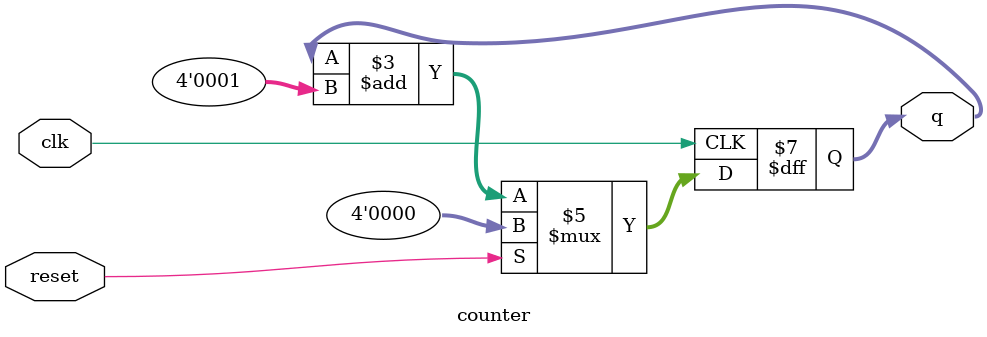
<source format=v>
module counter( 
    input clk,
    input reset,
    output reg [3:0] q
); 
// update q on the positive edge of the clock according to the following cases:
// on reset, assign q to 1
// else if q is 12, assign q to 1
// else, increment q by 1 

always @ ( posedge clk )
  begin
    if(reset == 1'b1)
      q[3:0] <= 4'b0000;
    else
      q[3:0]  <= q[3:0] + 4'b0001;
  end
    
endmodule

</source>
